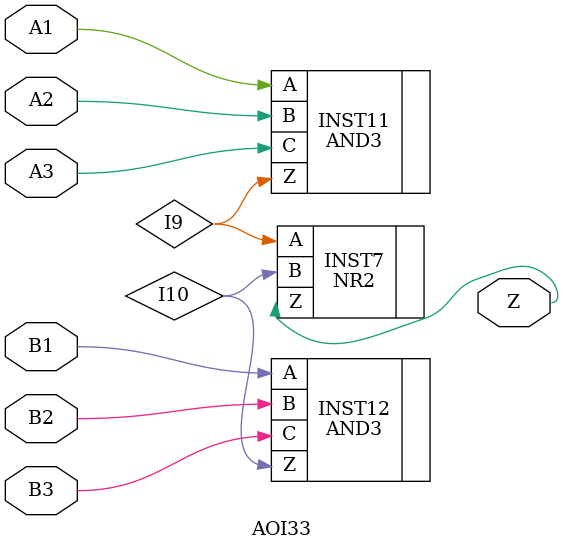
<source format=v>
`timescale 1 ns / 100 ps

/* Created by DB2VERILOG Version 1.2.0.2 on Fri Aug  5 11:13:48 1994 */
/* module compiled from "lsl2db 4.0.3" run */

module AOI33 (A1, A2, A3, B1, B2, B3, Z);
input  A1, A2, A3, B1, B2, B3;
output Z;
AND3 INST11 (.A(A1), .B(A2), .C(A3), .Z(I9));
AND3 INST12 (.A(B1), .B(B2), .C(B3), .Z(I10));
NR2 INST7 (.A(I9), .B(I10), .Z(Z));

endmodule


</source>
